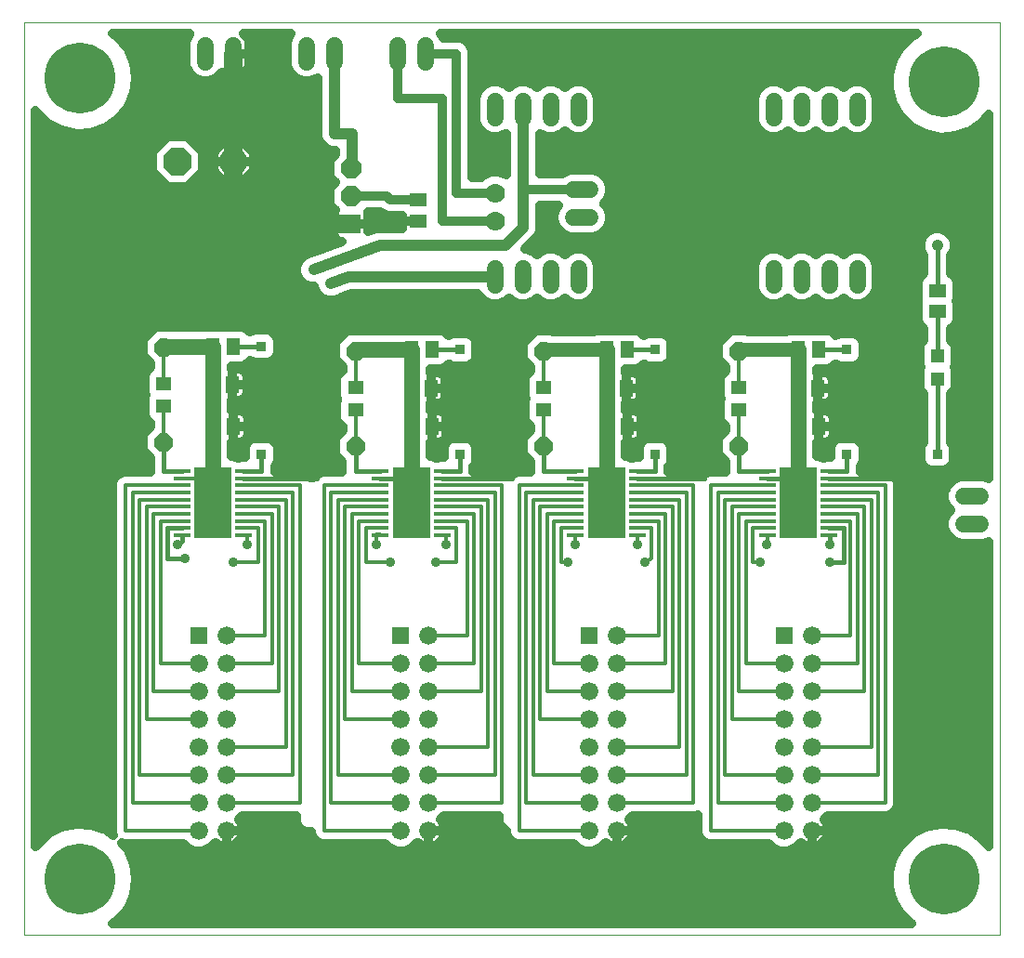
<source format=gtl>
G75*
%MOIN*%
%OFA0B0*%
%FSLAX25Y25*%
%IPPOS*%
%LPD*%
%AMOC8*
5,1,8,0,0,1.08239X$1,22.5*
%
%ADD10C,0.00000*%
%ADD11R,0.05118X0.05906*%
%ADD12C,0.10000*%
%ADD13OC8,0.10000*%
%ADD14R,0.06102X0.01181*%
%ADD15R,0.13386X0.25591*%
%ADD16R,0.05937X0.05937*%
%ADD17C,0.06600*%
%ADD18R,0.04724X0.04724*%
%ADD19C,0.01200*%
%ADD20OC8,0.06600*%
%ADD21R,0.05512X0.04724*%
%ADD22R,0.05906X0.05118*%
%ADD23C,0.25400*%
%ADD24C,0.05937*%
%ADD25C,0.07000*%
%ADD26R,0.07087X0.07087*%
%ADD27OC8,0.07087*%
%ADD28C,0.02600*%
%ADD29C,0.01600*%
%ADD30C,0.03200*%
%ADD31C,0.04134*%
%ADD32C,0.05600*%
%ADD33C,0.04000*%
%ADD34C,0.05000*%
%ADD35C,0.03562*%
%ADD36C,0.06600*%
%ADD37C,0.07000*%
%ADD38C,0.02400*%
%ADD39R,0.03562X0.03562*%
D10*
X0002600Y0002600D02*
X0002600Y0330061D01*
X0352551Y0330061D01*
X0352551Y0002600D01*
X0002600Y0002600D01*
D11*
X0070110Y0185100D03*
X0077590Y0185100D03*
X0077196Y0200100D03*
X0070504Y0200100D03*
X0070110Y0213850D03*
X0077590Y0213850D03*
X0141360Y0212600D03*
X0148840Y0212600D03*
X0148446Y0198850D03*
X0141754Y0198850D03*
X0141360Y0185100D03*
X0148840Y0185100D03*
X0211360Y0185100D03*
X0218840Y0185100D03*
X0218446Y0198850D03*
X0211754Y0198850D03*
X0211360Y0212600D03*
X0218840Y0212600D03*
X0280110Y0212600D03*
X0287590Y0212600D03*
X0287196Y0198850D03*
X0280504Y0198850D03*
X0280110Y0185100D03*
X0287590Y0185100D03*
D12*
X0077600Y0280100D03*
D13*
X0057600Y0280100D03*
D14*
X0059076Y0169116D03*
X0059076Y0166557D03*
X0059076Y0163998D03*
X0059076Y0161439D03*
X0059076Y0158880D03*
X0059076Y0156320D03*
X0059076Y0153761D03*
X0059076Y0151202D03*
X0059076Y0148643D03*
X0059076Y0146084D03*
X0081124Y0146084D03*
X0081124Y0148643D03*
X0081124Y0151202D03*
X0081124Y0153761D03*
X0081124Y0156320D03*
X0081124Y0158880D03*
X0081124Y0161439D03*
X0081124Y0163998D03*
X0081124Y0166557D03*
X0081124Y0169116D03*
X0130326Y0169116D03*
X0130326Y0166557D03*
X0130326Y0163998D03*
X0130326Y0161439D03*
X0130326Y0158880D03*
X0130326Y0156320D03*
X0130326Y0153761D03*
X0130326Y0151202D03*
X0130326Y0148643D03*
X0130326Y0146084D03*
X0152374Y0146084D03*
X0152374Y0148643D03*
X0152374Y0151202D03*
X0152374Y0153761D03*
X0152374Y0156320D03*
X0152374Y0158880D03*
X0152374Y0161439D03*
X0152374Y0163998D03*
X0152374Y0166557D03*
X0152374Y0169116D03*
X0200326Y0169116D03*
X0200326Y0166557D03*
X0200326Y0163998D03*
X0200326Y0161439D03*
X0200326Y0158880D03*
X0200326Y0156320D03*
X0200326Y0153761D03*
X0200326Y0151202D03*
X0200326Y0148643D03*
X0200326Y0146084D03*
X0222374Y0146084D03*
X0222374Y0148643D03*
X0222374Y0151202D03*
X0222374Y0153761D03*
X0222374Y0156320D03*
X0222374Y0158880D03*
X0222374Y0161439D03*
X0222374Y0163998D03*
X0222374Y0166557D03*
X0222374Y0169116D03*
X0269076Y0169116D03*
X0269076Y0166557D03*
X0269076Y0163998D03*
X0269076Y0161439D03*
X0269076Y0158880D03*
X0269076Y0156320D03*
X0269076Y0153761D03*
X0269076Y0151202D03*
X0269076Y0148643D03*
X0269076Y0146084D03*
X0291124Y0146084D03*
X0291124Y0148643D03*
X0291124Y0151202D03*
X0291124Y0153761D03*
X0291124Y0156320D03*
X0291124Y0158880D03*
X0291124Y0161439D03*
X0291124Y0163998D03*
X0291124Y0166557D03*
X0291124Y0169116D03*
D15*
X0280100Y0157600D03*
X0211350Y0157600D03*
X0141350Y0157600D03*
X0070100Y0157600D03*
D16*
X0065100Y0110100D03*
X0137600Y0110100D03*
X0205100Y0110100D03*
X0275100Y0110100D03*
D17*
X0275100Y0100100D03*
X0275100Y0090100D03*
X0275100Y0080100D03*
X0275100Y0070100D03*
X0275100Y0060100D03*
X0275100Y0050100D03*
X0275100Y0040100D03*
X0285100Y0040100D03*
X0285100Y0050100D03*
X0285100Y0060100D03*
X0285100Y0070100D03*
X0285100Y0080100D03*
X0285100Y0090100D03*
X0285100Y0100100D03*
X0285100Y0110100D03*
X0215100Y0110100D03*
X0215100Y0100100D03*
X0215100Y0090100D03*
X0215100Y0080100D03*
X0215100Y0070100D03*
X0215100Y0060100D03*
X0215100Y0050100D03*
X0215100Y0040100D03*
X0205100Y0040100D03*
X0205100Y0050100D03*
X0205100Y0060100D03*
X0205100Y0070100D03*
X0205100Y0080100D03*
X0205100Y0090100D03*
X0205100Y0100100D03*
X0147600Y0100100D03*
X0147600Y0090100D03*
X0147600Y0080100D03*
X0147600Y0070100D03*
X0147600Y0060100D03*
X0147600Y0050100D03*
X0147600Y0040100D03*
X0137600Y0040100D03*
X0137600Y0050100D03*
X0137600Y0060100D03*
X0137600Y0070100D03*
X0137600Y0080100D03*
X0137600Y0090100D03*
X0137600Y0100100D03*
X0147600Y0110100D03*
X0075100Y0110100D03*
X0075100Y0100100D03*
X0075100Y0090100D03*
X0075100Y0080100D03*
X0075100Y0070100D03*
X0075100Y0060100D03*
X0075100Y0050100D03*
X0075100Y0040100D03*
X0065100Y0040100D03*
X0065100Y0050100D03*
X0065100Y0060100D03*
X0065100Y0070100D03*
X0065100Y0080100D03*
X0065100Y0090100D03*
X0065100Y0100100D03*
D18*
X0330100Y0202216D03*
X0330100Y0210484D03*
D19*
X0311350Y0163998D02*
X0291124Y0163998D01*
X0291124Y0161439D02*
X0308850Y0161439D01*
X0308850Y0060100D01*
X0285100Y0060100D01*
X0285100Y0050100D02*
X0311350Y0050100D01*
X0311350Y0163998D01*
X0306350Y0158880D02*
X0306350Y0070100D01*
X0285100Y0070100D01*
X0275100Y0060100D02*
X0253850Y0060100D01*
X0253850Y0158880D01*
X0269076Y0158880D01*
X0269076Y0161439D02*
X0251350Y0161439D01*
X0251350Y0050100D01*
X0275100Y0050100D01*
X0275100Y0040100D02*
X0248850Y0040100D01*
X0248850Y0163998D01*
X0269076Y0163998D01*
X0269076Y0156320D02*
X0256350Y0156320D01*
X0256350Y0080100D01*
X0275100Y0080100D01*
X0275100Y0090100D02*
X0258850Y0090100D01*
X0258850Y0153761D01*
X0269076Y0153761D01*
X0269076Y0151202D02*
X0261350Y0151202D01*
X0261350Y0100100D01*
X0275100Y0100100D01*
X0285100Y0100100D02*
X0301350Y0100100D01*
X0301350Y0153761D01*
X0291124Y0153761D01*
X0291124Y0151202D02*
X0298850Y0151202D01*
X0298850Y0110100D01*
X0285100Y0110100D01*
X0285100Y0090100D02*
X0303850Y0090100D01*
X0303850Y0156320D01*
X0291124Y0156320D01*
X0291124Y0158880D02*
X0306350Y0158880D01*
X0269076Y0148850D02*
X0269076Y0148643D01*
X0269076Y0148850D02*
X0263850Y0148850D01*
X0263850Y0136350D01*
X0266350Y0136350D01*
X0268850Y0142600D02*
X0269076Y0142600D01*
X0269076Y0146084D01*
X0242600Y0163998D02*
X0242600Y0050100D01*
X0215100Y0050100D01*
X0215100Y0060100D02*
X0240100Y0060100D01*
X0240100Y0161439D01*
X0222374Y0161439D01*
X0222374Y0163998D02*
X0242600Y0163998D01*
X0237600Y0158880D02*
X0237600Y0070100D01*
X0215100Y0070100D01*
X0205100Y0060100D02*
X0185100Y0060100D01*
X0185100Y0158880D01*
X0200326Y0158880D01*
X0200326Y0161439D02*
X0182600Y0161439D01*
X0182600Y0050100D01*
X0205100Y0050100D01*
X0205100Y0040100D02*
X0180100Y0040100D01*
X0180100Y0163998D01*
X0200326Y0163998D01*
X0200326Y0169116D02*
X0200252Y0169190D01*
X0200326Y0156320D02*
X0187600Y0156320D01*
X0187600Y0080100D01*
X0205100Y0080100D01*
X0205100Y0090100D02*
X0190100Y0090100D01*
X0190100Y0153761D01*
X0200326Y0153761D01*
X0200326Y0151202D02*
X0192600Y0151202D01*
X0192600Y0100100D01*
X0205100Y0100100D01*
X0215100Y0100100D02*
X0232600Y0100100D01*
X0232600Y0153761D01*
X0222374Y0153761D01*
X0222374Y0151202D02*
X0230100Y0151202D01*
X0230100Y0110100D01*
X0215100Y0110100D01*
X0215100Y0090100D02*
X0235100Y0090100D01*
X0235100Y0156320D01*
X0222374Y0156320D01*
X0222374Y0158880D02*
X0237600Y0158880D01*
X0227600Y0148643D02*
X0227600Y0137600D01*
X0225100Y0136350D01*
X0222600Y0142600D02*
X0222600Y0146084D01*
X0222374Y0146084D01*
X0222374Y0148643D02*
X0227600Y0148643D01*
X0200326Y0148850D02*
X0200326Y0148643D01*
X0200326Y0148850D02*
X0195100Y0148850D01*
X0195100Y0136350D01*
X0197600Y0136350D01*
X0200100Y0142600D02*
X0200326Y0142600D01*
X0200326Y0146084D01*
X0173850Y0163998D02*
X0173850Y0050100D01*
X0147600Y0050100D01*
X0147600Y0060100D02*
X0171350Y0060100D01*
X0171350Y0161439D01*
X0152374Y0161439D01*
X0152374Y0163998D02*
X0173850Y0163998D01*
X0168850Y0158880D02*
X0168850Y0070100D01*
X0147600Y0070100D01*
X0137600Y0060100D02*
X0115100Y0060100D01*
X0115100Y0158880D01*
X0130326Y0158880D01*
X0130326Y0161439D02*
X0112600Y0161439D01*
X0112600Y0050100D01*
X0137600Y0050100D01*
X0137600Y0040100D02*
X0110100Y0040100D01*
X0110100Y0163998D01*
X0130326Y0163998D01*
X0136143Y0166557D02*
X0137600Y0165100D01*
X0130326Y0156320D02*
X0117600Y0156320D01*
X0117600Y0080100D01*
X0137600Y0080100D01*
X0137600Y0090100D02*
X0120100Y0090100D01*
X0120100Y0153761D01*
X0130326Y0153761D01*
X0130326Y0151202D02*
X0122600Y0151202D01*
X0122600Y0100100D01*
X0137600Y0100100D01*
X0147600Y0100100D02*
X0163850Y0100100D01*
X0163850Y0153761D01*
X0152374Y0153761D01*
X0152374Y0151202D02*
X0161350Y0151202D01*
X0161350Y0110100D01*
X0147600Y0110100D01*
X0147600Y0090100D02*
X0166350Y0090100D01*
X0166350Y0156320D01*
X0152374Y0156320D01*
X0152374Y0158880D02*
X0168850Y0158880D01*
X0157600Y0148643D02*
X0157600Y0136350D01*
X0150100Y0136350D01*
X0153850Y0142600D02*
X0153850Y0146084D01*
X0152374Y0146084D01*
X0152374Y0148643D02*
X0157600Y0148643D01*
X0133850Y0136350D02*
X0125100Y0136350D01*
X0125100Y0148850D01*
X0130326Y0148850D01*
X0130326Y0148643D01*
X0130326Y0146350D02*
X0130326Y0146084D01*
X0128850Y0146084D01*
X0128850Y0146350D02*
X0130326Y0146350D01*
X0128850Y0146350D02*
X0128850Y0142600D01*
X0101350Y0163998D02*
X0101350Y0050100D01*
X0075100Y0050100D01*
X0075100Y0060100D02*
X0098850Y0060100D01*
X0098850Y0161439D01*
X0081124Y0161439D01*
X0081124Y0163998D02*
X0101350Y0163998D01*
X0096350Y0158880D02*
X0096350Y0070100D01*
X0075100Y0070100D01*
X0065100Y0060100D02*
X0043850Y0060100D01*
X0043850Y0158880D01*
X0059076Y0158880D01*
X0059076Y0161439D02*
X0041350Y0161439D01*
X0041350Y0050100D01*
X0065100Y0050100D01*
X0065100Y0040100D02*
X0038850Y0040100D01*
X0038850Y0163998D01*
X0059076Y0163998D01*
X0059076Y0166557D02*
X0066350Y0166557D01*
X0066350Y0165100D01*
X0059076Y0156320D02*
X0046350Y0156320D01*
X0046350Y0080100D01*
X0065100Y0080100D01*
X0065100Y0090100D02*
X0048850Y0090100D01*
X0048850Y0153761D01*
X0059076Y0153761D01*
X0059076Y0151202D02*
X0051350Y0151202D01*
X0051350Y0100100D01*
X0065100Y0100100D01*
X0075100Y0100100D02*
X0091350Y0100100D01*
X0091350Y0153761D01*
X0081124Y0153761D01*
X0081124Y0151202D02*
X0088850Y0151202D01*
X0088850Y0110100D01*
X0075100Y0110100D01*
X0075100Y0090100D02*
X0093850Y0090100D01*
X0093850Y0156320D01*
X0081124Y0156320D01*
X0081124Y0158880D02*
X0096350Y0158880D01*
X0086350Y0148643D02*
X0086350Y0136350D01*
X0077600Y0136350D01*
X0082600Y0142600D02*
X0082600Y0146084D01*
X0081124Y0146084D01*
X0081124Y0148643D02*
X0086350Y0148643D01*
X0052600Y0181633D02*
X0052600Y0192019D01*
X0052600Y0200287D02*
X0052600Y0213429D01*
X0121350Y0212179D02*
X0121350Y0199037D01*
X0121350Y0190769D02*
X0121350Y0180383D01*
X0188850Y0180383D02*
X0188850Y0190769D01*
X0188850Y0199037D02*
X0188850Y0212179D01*
X0258850Y0212179D02*
X0258850Y0199037D01*
X0258850Y0190769D02*
X0258850Y0180383D01*
D20*
X0258850Y0178100D03*
X0258850Y0212100D03*
X0188850Y0212100D03*
X0188850Y0178100D03*
X0121350Y0178100D03*
X0121350Y0212100D03*
X0052600Y0213350D03*
X0052600Y0179350D03*
D21*
X0052600Y0192313D03*
X0052600Y0200387D03*
X0121350Y0199137D03*
X0121350Y0191063D03*
X0188850Y0191063D03*
X0188850Y0199137D03*
X0258850Y0199137D03*
X0258850Y0191063D03*
D22*
X0330100Y0226360D03*
X0330100Y0233840D03*
X0143850Y0258860D03*
X0143850Y0266340D03*
D23*
X0022600Y0310100D03*
X0022600Y0022600D03*
X0332600Y0022600D03*
X0332600Y0308850D03*
D24*
X0301350Y0301819D02*
X0301350Y0295881D01*
X0291350Y0295881D02*
X0291350Y0301819D01*
X0281350Y0301819D02*
X0281350Y0295881D01*
X0271350Y0295881D02*
X0271350Y0301819D01*
X0271350Y0241819D02*
X0271350Y0235881D01*
X0281350Y0235881D02*
X0281350Y0241819D01*
X0291350Y0241819D02*
X0291350Y0235881D01*
X0301350Y0235881D02*
X0301350Y0241819D01*
X0339631Y0160100D02*
X0345569Y0160100D01*
X0345569Y0150100D02*
X0339631Y0150100D01*
X0205569Y0260100D02*
X0199631Y0260100D01*
X0199631Y0270100D02*
X0205569Y0270100D01*
X0201350Y0295881D02*
X0201350Y0301819D01*
X0191350Y0301819D02*
X0191350Y0295881D01*
X0181350Y0295881D02*
X0181350Y0301819D01*
X0171350Y0301819D02*
X0171350Y0295881D01*
X0146350Y0315881D02*
X0146350Y0321819D01*
X0136350Y0321819D02*
X0136350Y0315881D01*
X0113850Y0315881D02*
X0113850Y0321819D01*
X0103850Y0321819D02*
X0103850Y0315881D01*
X0077600Y0315881D02*
X0077600Y0321819D01*
X0067600Y0321819D02*
X0067600Y0315881D01*
X0171350Y0241819D02*
X0171350Y0235881D01*
X0181350Y0235881D02*
X0181350Y0241819D01*
X0191350Y0241819D02*
X0191350Y0235881D01*
X0201350Y0235881D02*
X0201350Y0241819D01*
D25*
X0171350Y0258850D03*
X0171350Y0268850D03*
D26*
X0119756Y0257600D03*
D27*
X0119756Y0267600D03*
X0119756Y0277600D03*
D28*
X0137600Y0165100D03*
X0137600Y0161350D03*
X0137600Y0157600D03*
X0137600Y0153850D03*
X0137600Y0150100D03*
X0141350Y0150100D03*
X0141350Y0153850D03*
X0141350Y0157600D03*
X0141350Y0161350D03*
X0141350Y0165100D03*
X0145100Y0165100D03*
X0145100Y0161350D03*
X0145100Y0157600D03*
X0145100Y0153850D03*
X0145100Y0150100D03*
X0207600Y0150100D03*
X0207600Y0153850D03*
X0207600Y0157600D03*
X0207600Y0161350D03*
X0207600Y0165100D03*
X0211350Y0165100D03*
X0211350Y0161350D03*
X0211350Y0157600D03*
X0211350Y0153850D03*
X0211350Y0150100D03*
X0215100Y0150100D03*
X0215100Y0153850D03*
X0215100Y0157600D03*
X0215100Y0161350D03*
X0215100Y0165100D03*
X0276350Y0165100D03*
X0276350Y0161350D03*
X0276350Y0157600D03*
X0276350Y0153850D03*
X0276350Y0150100D03*
X0280100Y0150100D03*
X0280100Y0153850D03*
X0280100Y0157600D03*
X0280100Y0161350D03*
X0280100Y0165100D03*
X0283850Y0165100D03*
X0283850Y0161350D03*
X0283850Y0157600D03*
X0283850Y0153850D03*
X0283850Y0150100D03*
X0073850Y0150100D03*
X0073850Y0153850D03*
X0073850Y0157600D03*
X0073850Y0161350D03*
X0073850Y0165100D03*
X0070100Y0165100D03*
X0070100Y0161350D03*
X0070100Y0157600D03*
X0070100Y0153850D03*
X0070100Y0150100D03*
X0066350Y0150100D03*
X0066350Y0153850D03*
X0066350Y0157600D03*
X0066350Y0161350D03*
X0066350Y0165100D03*
D29*
X0059076Y0169116D02*
X0052600Y0169116D01*
X0052600Y0179350D01*
X0081124Y0169116D02*
X0087600Y0169116D01*
X0087600Y0175100D01*
X0081124Y0166557D02*
X0107600Y0166557D01*
X0107600Y0172600D01*
X0121350Y0169116D02*
X0121350Y0178100D01*
X0121350Y0169116D02*
X0130326Y0169116D01*
X0130326Y0166557D02*
X0136143Y0166557D01*
X0152374Y0166557D02*
X0177600Y0166557D01*
X0177600Y0171350D01*
X0188850Y0169190D02*
X0188850Y0178100D01*
X0188850Y0169190D02*
X0200252Y0169190D01*
X0200326Y0166557D02*
X0207600Y0166557D01*
X0207600Y0165100D01*
X0222374Y0166557D02*
X0246350Y0166557D01*
X0246350Y0171350D01*
X0258850Y0169116D02*
X0258850Y0178100D01*
X0258850Y0169116D02*
X0269076Y0169116D01*
X0269076Y0166557D02*
X0276350Y0166557D01*
X0276350Y0165100D01*
X0291124Y0166557D02*
X0317600Y0166557D01*
X0317600Y0171350D01*
X0330100Y0175100D02*
X0330100Y0202216D01*
X0330100Y0210484D02*
X0330100Y0226360D01*
X0330100Y0233840D02*
X0330100Y0250100D01*
X0297600Y0212600D02*
X0287590Y0212600D01*
X0297600Y0175100D02*
X0297600Y0169116D01*
X0291124Y0169116D01*
X0291124Y0148643D02*
X0296350Y0148643D01*
X0296350Y0136350D01*
X0291350Y0136350D01*
X0291350Y0142600D02*
X0291350Y0146084D01*
X0291124Y0146084D01*
X0228850Y0169116D02*
X0228850Y0175100D01*
X0228850Y0169116D02*
X0222374Y0169116D01*
X0225100Y0169116D01*
X0228850Y0212600D02*
X0218840Y0212600D01*
X0158850Y0212600D02*
X0148840Y0212600D01*
X0158850Y0175100D02*
X0158850Y0169116D01*
X0152374Y0169116D01*
X0087600Y0213850D02*
X0077590Y0213850D01*
X0059076Y0148660D02*
X0059076Y0148643D01*
X0053850Y0148643D01*
X0053850Y0137600D01*
X0060100Y0137600D01*
X0057600Y0142600D02*
X0059076Y0144076D01*
X0059076Y0146084D01*
D30*
X0034250Y0146533D02*
X0006600Y0146533D01*
X0006600Y0143334D02*
X0034250Y0143334D01*
X0034250Y0140136D02*
X0006600Y0140136D01*
X0006600Y0136937D02*
X0034250Y0136937D01*
X0034250Y0133739D02*
X0006600Y0133739D01*
X0006600Y0130540D02*
X0034250Y0130540D01*
X0034250Y0127342D02*
X0006600Y0127342D01*
X0006600Y0124143D02*
X0034250Y0124143D01*
X0034250Y0120945D02*
X0006600Y0120945D01*
X0006600Y0117746D02*
X0034250Y0117746D01*
X0034250Y0114548D02*
X0006600Y0114548D01*
X0006600Y0111349D02*
X0034250Y0111349D01*
X0034250Y0108151D02*
X0006600Y0108151D01*
X0006600Y0104952D02*
X0034250Y0104952D01*
X0034250Y0101754D02*
X0006600Y0101754D01*
X0006600Y0098555D02*
X0034250Y0098555D01*
X0034250Y0095357D02*
X0006600Y0095357D01*
X0006600Y0092158D02*
X0034250Y0092158D01*
X0034250Y0088960D02*
X0006600Y0088960D01*
X0006600Y0085761D02*
X0034250Y0085761D01*
X0034250Y0082563D02*
X0006600Y0082563D01*
X0006600Y0079364D02*
X0034250Y0079364D01*
X0034250Y0076166D02*
X0006600Y0076166D01*
X0006600Y0072967D02*
X0034250Y0072967D01*
X0034250Y0069769D02*
X0006600Y0069769D01*
X0006600Y0066570D02*
X0034250Y0066570D01*
X0034250Y0063372D02*
X0006600Y0063372D01*
X0006600Y0060173D02*
X0034250Y0060173D01*
X0034250Y0056975D02*
X0006600Y0056975D01*
X0006600Y0053776D02*
X0034250Y0053776D01*
X0034250Y0050578D02*
X0006600Y0050578D01*
X0006600Y0047379D02*
X0034250Y0047379D01*
X0034250Y0044181D02*
X0006600Y0044181D01*
X0006600Y0040982D02*
X0015009Y0040982D01*
X0015902Y0041445D02*
X0011066Y0038939D01*
X0007086Y0035222D01*
X0007086Y0035222D01*
X0006600Y0034423D01*
X0006600Y0298277D01*
X0007086Y0297478D01*
X0011066Y0293761D01*
X0015902Y0291255D01*
X0021235Y0290147D01*
X0026669Y0290518D01*
X0031801Y0292342D01*
X0036251Y0295483D01*
X0036251Y0295483D01*
X0036251Y0295483D01*
X0039688Y0299708D01*
X0039688Y0299708D01*
X0041858Y0304704D01*
X0042600Y0310100D01*
X0041858Y0315496D01*
X0039688Y0320492D01*
X0036251Y0324717D01*
X0034347Y0326061D01*
X0061987Y0326061D01*
X0061692Y0325766D01*
X0060631Y0323205D01*
X0060631Y0314495D01*
X0061692Y0311934D01*
X0063653Y0309974D01*
X0066214Y0308913D01*
X0068986Y0308913D01*
X0071547Y0309974D01*
X0073508Y0311934D01*
X0073556Y0312051D01*
X0073972Y0311634D01*
X0074681Y0311119D01*
X0075462Y0310721D01*
X0076296Y0310450D01*
X0077162Y0310313D01*
X0077600Y0310313D01*
X0078038Y0310313D01*
X0078904Y0310450D01*
X0079738Y0310721D01*
X0080519Y0311119D01*
X0081228Y0311634D01*
X0081847Y0312254D01*
X0082363Y0312963D01*
X0082761Y0313744D01*
X0083031Y0314578D01*
X0083168Y0315443D01*
X0083168Y0318850D01*
X0083168Y0322257D01*
X0083031Y0323122D01*
X0082761Y0323956D01*
X0082363Y0324737D01*
X0081847Y0325446D01*
X0081233Y0326061D01*
X0098237Y0326061D01*
X0097942Y0325766D01*
X0096881Y0323205D01*
X0096881Y0314495D01*
X0097942Y0311934D01*
X0099903Y0309974D01*
X0102464Y0308913D01*
X0105236Y0308913D01*
X0107797Y0309974D01*
X0107850Y0310027D01*
X0107850Y0288907D01*
X0108763Y0286701D01*
X0110451Y0285013D01*
X0112657Y0284100D01*
X0114100Y0284100D01*
X0114100Y0282612D01*
X0112212Y0280725D01*
X0112212Y0274475D01*
X0114088Y0272600D01*
X0112212Y0270725D01*
X0112212Y0264475D01*
X0114070Y0262617D01*
X0113908Y0262375D01*
X0113712Y0261902D01*
X0113612Y0261399D01*
X0113612Y0257600D01*
X0119755Y0257600D01*
X0113612Y0257600D01*
X0113612Y0253801D01*
X0113712Y0253298D01*
X0113908Y0252825D01*
X0114193Y0252399D01*
X0114555Y0252037D01*
X0114981Y0251753D01*
X0115454Y0251557D01*
X0115956Y0251457D01*
X0116427Y0251457D01*
X0105462Y0247417D01*
X0105143Y0247417D01*
X0102913Y0246493D01*
X0101207Y0244787D01*
X0100283Y0242557D01*
X0100283Y0240143D01*
X0101207Y0237913D01*
X0102913Y0236207D01*
X0105143Y0235283D01*
X0106533Y0235283D01*
X0106533Y0235143D01*
X0107457Y0232913D01*
X0109163Y0231207D01*
X0111393Y0230283D01*
X0113807Y0230283D01*
X0116037Y0231207D01*
X0116130Y0231300D01*
X0120005Y0232850D01*
X0165063Y0232850D01*
X0165442Y0231934D01*
X0167403Y0229974D01*
X0169964Y0228913D01*
X0172736Y0228913D01*
X0175297Y0229974D01*
X0176350Y0231027D01*
X0177403Y0229974D01*
X0179964Y0228913D01*
X0182736Y0228913D01*
X0185297Y0229974D01*
X0186350Y0231027D01*
X0187403Y0229974D01*
X0189964Y0228913D01*
X0192736Y0228913D01*
X0195297Y0229974D01*
X0196350Y0231027D01*
X0197403Y0229974D01*
X0199964Y0228913D01*
X0202736Y0228913D01*
X0205297Y0229974D01*
X0207258Y0231934D01*
X0208318Y0234495D01*
X0208318Y0243205D01*
X0207258Y0245766D01*
X0205297Y0247726D01*
X0202736Y0248787D01*
X0199964Y0248787D01*
X0197403Y0247726D01*
X0196350Y0246673D01*
X0195297Y0247726D01*
X0192736Y0248787D01*
X0189964Y0248787D01*
X0187403Y0247726D01*
X0186350Y0246673D01*
X0185297Y0247726D01*
X0182736Y0248787D01*
X0182272Y0248787D01*
X0184749Y0251263D01*
X0186437Y0252951D01*
X0187350Y0255157D01*
X0187350Y0264500D01*
X0194177Y0264500D01*
X0193724Y0264047D01*
X0192663Y0261486D01*
X0192663Y0258714D01*
X0193724Y0256153D01*
X0195684Y0254192D01*
X0198245Y0253131D01*
X0206955Y0253131D01*
X0209516Y0254192D01*
X0211476Y0256153D01*
X0212537Y0258714D01*
X0212537Y0261486D01*
X0211476Y0264047D01*
X0210423Y0265100D01*
X0211476Y0266153D01*
X0212537Y0268714D01*
X0212537Y0271486D01*
X0211476Y0274047D01*
X0209516Y0276008D01*
X0206955Y0277068D01*
X0198245Y0277068D01*
X0195684Y0276008D01*
X0195377Y0275700D01*
X0187350Y0275700D01*
X0187350Y0290027D01*
X0187403Y0289974D01*
X0189964Y0288913D01*
X0192736Y0288913D01*
X0195297Y0289974D01*
X0196350Y0291027D01*
X0197403Y0289974D01*
X0199964Y0288913D01*
X0202736Y0288913D01*
X0205297Y0289974D01*
X0207258Y0291934D01*
X0208318Y0294495D01*
X0208318Y0303205D01*
X0207258Y0305766D01*
X0205297Y0307726D01*
X0202736Y0308787D01*
X0199964Y0308787D01*
X0197403Y0307726D01*
X0196350Y0306673D01*
X0195297Y0307726D01*
X0192736Y0308787D01*
X0189964Y0308787D01*
X0187403Y0307726D01*
X0186350Y0306673D01*
X0185297Y0307726D01*
X0182736Y0308787D01*
X0179964Y0308787D01*
X0177403Y0307726D01*
X0176350Y0306673D01*
X0175297Y0307726D01*
X0172736Y0308787D01*
X0169964Y0308787D01*
X0167403Y0307726D01*
X0165442Y0305766D01*
X0164381Y0303205D01*
X0164381Y0294495D01*
X0165442Y0291934D01*
X0167403Y0289974D01*
X0169964Y0288913D01*
X0172736Y0288913D01*
X0175297Y0289974D01*
X0175350Y0290027D01*
X0175350Y0275311D01*
X0172842Y0276350D01*
X0169858Y0276350D01*
X0167102Y0275208D01*
X0166343Y0274450D01*
X0163200Y0274450D01*
X0163200Y0319964D01*
X0162347Y0322022D01*
X0160772Y0323597D01*
X0158714Y0324450D01*
X0152803Y0324450D01*
X0152258Y0325766D01*
X0151963Y0326061D01*
X0322748Y0326061D01*
X0321066Y0325189D01*
X0317086Y0321472D01*
X0317086Y0321472D01*
X0314256Y0316818D01*
X0312786Y0311573D01*
X0312786Y0306127D01*
X0314256Y0300882D01*
X0317086Y0296228D01*
X0321066Y0292511D01*
X0325902Y0290005D01*
X0331235Y0288897D01*
X0336669Y0289268D01*
X0341801Y0291092D01*
X0346251Y0294233D01*
X0346251Y0294233D01*
X0346251Y0294233D01*
X0348551Y0297060D01*
X0348551Y0166407D01*
X0346955Y0167068D01*
X0338245Y0167068D01*
X0335684Y0166008D01*
X0333724Y0164047D01*
X0332663Y0161486D01*
X0332663Y0158714D01*
X0333724Y0156153D01*
X0334777Y0155100D01*
X0333724Y0154047D01*
X0332663Y0151486D01*
X0332663Y0148714D01*
X0333724Y0146153D01*
X0335684Y0144192D01*
X0338245Y0143131D01*
X0346955Y0143131D01*
X0348551Y0143793D01*
X0348551Y0034390D01*
X0346251Y0037217D01*
X0341801Y0040358D01*
X0336669Y0042182D01*
X0331235Y0042553D01*
X0325902Y0041445D01*
X0321066Y0038939D01*
X0317086Y0035222D01*
X0317086Y0035222D01*
X0314256Y0030568D01*
X0312786Y0025323D01*
X0312786Y0019877D01*
X0314256Y0014632D01*
X0317086Y0009978D01*
X0320703Y0006600D01*
X0034291Y0006600D01*
X0036251Y0007983D01*
X0036251Y0007983D01*
X0036251Y0007983D01*
X0039688Y0012208D01*
X0039688Y0012208D01*
X0041858Y0017204D01*
X0042600Y0022600D01*
X0041858Y0027996D01*
X0039688Y0032992D01*
X0037502Y0035679D01*
X0037935Y0035500D01*
X0059376Y0035500D01*
X0060965Y0033911D01*
X0063648Y0032800D01*
X0066552Y0032800D01*
X0069235Y0033911D01*
X0071090Y0035766D01*
X0071256Y0035600D01*
X0072008Y0035054D01*
X0072835Y0034632D01*
X0073718Y0034345D01*
X0074636Y0034200D01*
X0075100Y0034200D01*
X0075564Y0034200D01*
X0076482Y0034345D01*
X0077365Y0034632D01*
X0078192Y0035054D01*
X0078944Y0035600D01*
X0079600Y0036256D01*
X0080146Y0037008D01*
X0080568Y0037835D01*
X0080855Y0038718D01*
X0081000Y0039636D01*
X0081000Y0040100D01*
X0081000Y0040564D01*
X0080855Y0041482D01*
X0080568Y0042365D01*
X0080146Y0043192D01*
X0079600Y0043944D01*
X0079434Y0044110D01*
X0080824Y0045500D01*
X0100175Y0045500D01*
X0100175Y0042946D01*
X0100784Y0041476D01*
X0101909Y0040351D01*
X0103379Y0039742D01*
X0105500Y0039742D01*
X0105500Y0039185D01*
X0106200Y0037494D01*
X0107494Y0036200D01*
X0109185Y0035500D01*
X0131876Y0035500D01*
X0133465Y0033911D01*
X0136148Y0032800D01*
X0139052Y0032800D01*
X0141735Y0033911D01*
X0143590Y0035766D01*
X0143756Y0035600D01*
X0144508Y0035054D01*
X0145335Y0034632D01*
X0146218Y0034345D01*
X0147136Y0034200D01*
X0147600Y0034200D01*
X0148064Y0034200D01*
X0148982Y0034345D01*
X0149865Y0034632D01*
X0150692Y0035054D01*
X0151444Y0035600D01*
X0152100Y0036256D01*
X0152646Y0037008D01*
X0153068Y0037835D01*
X0153355Y0038718D01*
X0153500Y0039636D01*
X0153500Y0040100D01*
X0153500Y0040564D01*
X0153355Y0041482D01*
X0153068Y0042365D01*
X0152646Y0043192D01*
X0152100Y0043944D01*
X0151934Y0044110D01*
X0153324Y0045500D01*
X0173009Y0045500D01*
X0173009Y0043143D01*
X0173618Y0041673D01*
X0174744Y0040548D01*
X0175500Y0040234D01*
X0175500Y0039185D01*
X0176200Y0037494D01*
X0177494Y0036200D01*
X0179185Y0035500D01*
X0199376Y0035500D01*
X0200965Y0033911D01*
X0203648Y0032800D01*
X0206552Y0032800D01*
X0209235Y0033911D01*
X0211090Y0035766D01*
X0211256Y0035600D01*
X0212008Y0035054D01*
X0212835Y0034632D01*
X0213718Y0034345D01*
X0214636Y0034200D01*
X0215100Y0034200D01*
X0215564Y0034200D01*
X0216482Y0034345D01*
X0217365Y0034632D01*
X0218192Y0035054D01*
X0218944Y0035600D01*
X0219600Y0036256D01*
X0220146Y0037008D01*
X0220568Y0037835D01*
X0220855Y0038718D01*
X0221000Y0039636D01*
X0221000Y0040100D01*
X0221000Y0040564D01*
X0220855Y0041482D01*
X0220568Y0042365D01*
X0220146Y0043192D01*
X0219600Y0043944D01*
X0219434Y0044110D01*
X0220824Y0045500D01*
X0243515Y0045500D01*
X0244250Y0045804D01*
X0244250Y0039185D01*
X0244950Y0037494D01*
X0246244Y0036200D01*
X0247935Y0035500D01*
X0269376Y0035500D01*
X0270965Y0033911D01*
X0273648Y0032800D01*
X0276552Y0032800D01*
X0279235Y0033911D01*
X0281090Y0035766D01*
X0281256Y0035600D01*
X0282008Y0035054D01*
X0282835Y0034632D01*
X0283718Y0034345D01*
X0284636Y0034200D01*
X0285100Y0034200D01*
X0285564Y0034200D01*
X0286482Y0034345D01*
X0287365Y0034632D01*
X0288192Y0035054D01*
X0288944Y0035600D01*
X0289600Y0036256D01*
X0290146Y0037008D01*
X0290568Y0037835D01*
X0290855Y0038718D01*
X0291000Y0039636D01*
X0291000Y0040100D01*
X0291000Y0040564D01*
X0290855Y0041482D01*
X0290568Y0042365D01*
X0290146Y0043192D01*
X0289600Y0043944D01*
X0289434Y0044110D01*
X0290824Y0045500D01*
X0312265Y0045500D01*
X0313956Y0046200D01*
X0315250Y0047494D01*
X0315950Y0049185D01*
X0315950Y0164913D01*
X0315250Y0166603D01*
X0313956Y0167897D01*
X0312265Y0168598D01*
X0302400Y0168598D01*
X0302400Y0170681D01*
X0302772Y0171053D01*
X0303381Y0172523D01*
X0303381Y0177677D01*
X0302772Y0179147D01*
X0301647Y0180272D01*
X0300177Y0180881D01*
X0295023Y0180881D01*
X0293553Y0180272D01*
X0292428Y0179147D01*
X0291819Y0177677D01*
X0291819Y0173916D01*
X0290169Y0173916D01*
X0289663Y0173706D01*
X0289139Y0173706D01*
X0289059Y0173786D01*
X0287589Y0174395D01*
X0286900Y0174395D01*
X0286900Y0179547D01*
X0287590Y0179547D01*
X0287590Y0185100D01*
X0287590Y0190653D01*
X0286910Y0190653D01*
X0286910Y0193297D01*
X0287196Y0193297D01*
X0287196Y0198850D01*
X0287196Y0204403D01*
X0286910Y0204403D01*
X0286910Y0205647D01*
X0290945Y0205647D01*
X0292415Y0206256D01*
X0293540Y0207381D01*
X0293559Y0207426D01*
X0295023Y0206819D01*
X0300177Y0206819D01*
X0301647Y0207428D01*
X0302772Y0208553D01*
X0303381Y0210023D01*
X0303381Y0215177D01*
X0302772Y0216647D01*
X0301647Y0217772D01*
X0300177Y0218381D01*
X0295023Y0218381D01*
X0293559Y0217774D01*
X0293540Y0217819D01*
X0292415Y0218944D01*
X0290945Y0219553D01*
X0284235Y0219553D01*
X0283850Y0219393D01*
X0283465Y0219553D01*
X0276755Y0219553D01*
X0275662Y0219100D01*
X0262174Y0219100D01*
X0261874Y0219400D01*
X0255826Y0219400D01*
X0251550Y0215124D01*
X0251550Y0209076D01*
X0254250Y0206376D01*
X0254250Y0205065D01*
X0253828Y0204890D01*
X0252703Y0203765D01*
X0252094Y0202295D01*
X0252094Y0195979D01*
X0252458Y0195100D01*
X0252094Y0194221D01*
X0252094Y0187905D01*
X0252703Y0186435D01*
X0253828Y0185310D01*
X0254250Y0185135D01*
X0254250Y0183824D01*
X0251550Y0181124D01*
X0251550Y0175076D01*
X0254050Y0172576D01*
X0254050Y0168598D01*
X0247935Y0168598D01*
X0246244Y0167897D01*
X0245725Y0167378D01*
X0245206Y0167897D01*
X0243515Y0168598D01*
X0233650Y0168598D01*
X0233650Y0170681D01*
X0234022Y0171053D01*
X0234631Y0172523D01*
X0234631Y0177677D01*
X0234022Y0179147D01*
X0232897Y0180272D01*
X0231427Y0180881D01*
X0226273Y0180881D01*
X0224803Y0180272D01*
X0223678Y0179147D01*
X0223069Y0177677D01*
X0223069Y0173916D01*
X0221419Y0173916D01*
X0220913Y0173706D01*
X0220389Y0173706D01*
X0220309Y0173786D01*
X0218839Y0174395D01*
X0218150Y0174395D01*
X0218150Y0179547D01*
X0218840Y0179547D01*
X0218840Y0185100D01*
X0218840Y0190653D01*
X0218160Y0190653D01*
X0218160Y0193297D01*
X0218446Y0193297D01*
X0218446Y0198850D01*
X0218446Y0204403D01*
X0218160Y0204403D01*
X0218160Y0205647D01*
X0222195Y0205647D01*
X0223665Y0206256D01*
X0224790Y0207381D01*
X0224809Y0207426D01*
X0226273Y0206819D01*
X0231427Y0206819D01*
X0232897Y0207428D01*
X0234022Y0208553D01*
X0234631Y0210023D01*
X0234631Y0215177D01*
X0234022Y0216647D01*
X0232897Y0217772D01*
X0231427Y0218381D01*
X0226273Y0218381D01*
X0224809Y0217774D01*
X0224790Y0217819D01*
X0223665Y0218944D01*
X0222195Y0219553D01*
X0215485Y0219553D01*
X0215100Y0219393D01*
X0214715Y0219553D01*
X0208005Y0219553D01*
X0206912Y0219100D01*
X0192174Y0219100D01*
X0191874Y0219400D01*
X0185826Y0219400D01*
X0181550Y0215124D01*
X0181550Y0209076D01*
X0184250Y0206376D01*
X0184250Y0205065D01*
X0183828Y0204890D01*
X0182703Y0203765D01*
X0182094Y0202295D01*
X0182094Y0195979D01*
X0182458Y0195100D01*
X0182094Y0194221D01*
X0182094Y0187905D01*
X0182703Y0186435D01*
X0183828Y0185310D01*
X0184250Y0185135D01*
X0184250Y0183824D01*
X0181550Y0181124D01*
X0181550Y0175076D01*
X0184050Y0172576D01*
X0184050Y0168598D01*
X0179185Y0168598D01*
X0177494Y0167897D01*
X0176975Y0167378D01*
X0176456Y0167897D01*
X0174765Y0168598D01*
X0163650Y0168598D01*
X0163650Y0170681D01*
X0164022Y0171053D01*
X0164631Y0172523D01*
X0164631Y0177677D01*
X0164022Y0179147D01*
X0162897Y0180272D01*
X0161427Y0180881D01*
X0156273Y0180881D01*
X0154803Y0180272D01*
X0153678Y0179147D01*
X0153069Y0177677D01*
X0153069Y0173916D01*
X0151419Y0173916D01*
X0150913Y0173706D01*
X0150389Y0173706D01*
X0150309Y0173786D01*
X0148839Y0174395D01*
X0148150Y0174395D01*
X0148150Y0179547D01*
X0148840Y0179547D01*
X0148840Y0185100D01*
X0148840Y0190653D01*
X0148150Y0190653D01*
X0148150Y0193297D01*
X0148446Y0193297D01*
X0148446Y0198850D01*
X0148446Y0204403D01*
X0148150Y0204403D01*
X0148150Y0205647D01*
X0152195Y0205647D01*
X0153665Y0206256D01*
X0154790Y0207381D01*
X0154809Y0207426D01*
X0156273Y0206819D01*
X0161427Y0206819D01*
X0162897Y0207428D01*
X0164022Y0208553D01*
X0164631Y0210023D01*
X0164631Y0215177D01*
X0164022Y0216647D01*
X0162897Y0217772D01*
X0161427Y0218381D01*
X0156273Y0218381D01*
X0154809Y0217774D01*
X0154790Y0217819D01*
X0153665Y0218944D01*
X0152195Y0219553D01*
X0145485Y0219553D01*
X0145100Y0219393D01*
X0144715Y0219553D01*
X0138005Y0219553D01*
X0137636Y0219400D01*
X0118326Y0219400D01*
X0114050Y0215124D01*
X0114050Y0209076D01*
X0116750Y0206376D01*
X0116750Y0205065D01*
X0116328Y0204890D01*
X0115203Y0203765D01*
X0114594Y0202295D01*
X0114594Y0195979D01*
X0114958Y0195100D01*
X0114594Y0194221D01*
X0114594Y0187905D01*
X0115203Y0186435D01*
X0116328Y0185310D01*
X0116750Y0185135D01*
X0116750Y0183824D01*
X0114050Y0181124D01*
X0114050Y0175076D01*
X0116550Y0172576D01*
X0116550Y0168598D01*
X0109185Y0168598D01*
X0107494Y0167897D01*
X0106200Y0166603D01*
X0106199Y0166600D01*
X0105251Y0166600D01*
X0105250Y0166603D01*
X0103956Y0167897D01*
X0102265Y0168598D01*
X0092400Y0168598D01*
X0092400Y0170681D01*
X0092772Y0171053D01*
X0093381Y0172523D01*
X0093381Y0177677D01*
X0092772Y0179147D01*
X0091647Y0180272D01*
X0090177Y0180881D01*
X0085023Y0180881D01*
X0083553Y0180272D01*
X0082428Y0179147D01*
X0081819Y0177677D01*
X0081819Y0173916D01*
X0080169Y0173916D01*
X0079663Y0173706D01*
X0079139Y0173706D01*
X0079059Y0173786D01*
X0077589Y0174395D01*
X0076900Y0174395D01*
X0076900Y0179547D01*
X0077590Y0179547D01*
X0077590Y0185100D01*
X0077590Y0190653D01*
X0076910Y0190653D01*
X0076910Y0194547D01*
X0077196Y0194547D01*
X0077196Y0200100D01*
X0077196Y0205653D01*
X0076910Y0205653D01*
X0076910Y0206897D01*
X0080945Y0206897D01*
X0082415Y0207506D01*
X0083540Y0208631D01*
X0083559Y0208676D01*
X0085023Y0208069D01*
X0090177Y0208069D01*
X0091647Y0208678D01*
X0092772Y0209803D01*
X0093381Y0211273D01*
X0093381Y0216427D01*
X0092772Y0217897D01*
X0091647Y0219022D01*
X0090177Y0219631D01*
X0085023Y0219631D01*
X0083559Y0219024D01*
X0083540Y0219069D01*
X0082415Y0220194D01*
X0080945Y0220803D01*
X0074235Y0220803D01*
X0073850Y0220643D01*
X0073465Y0220803D01*
X0066755Y0220803D01*
X0066386Y0220650D01*
X0049576Y0220650D01*
X0045300Y0216374D01*
X0045300Y0210326D01*
X0048000Y0207626D01*
X0048000Y0206315D01*
X0047578Y0206140D01*
X0046453Y0205015D01*
X0045844Y0203545D01*
X0045844Y0197229D01*
X0046208Y0196350D01*
X0045844Y0195471D01*
X0045844Y0189155D01*
X0046453Y0187685D01*
X0047578Y0186560D01*
X0048000Y0186385D01*
X0048000Y0185074D01*
X0045300Y0182374D01*
X0045300Y0176326D01*
X0047800Y0173826D01*
X0047800Y0168598D01*
X0037935Y0168598D01*
X0036244Y0167897D01*
X0034950Y0166603D01*
X0034250Y0164913D01*
X0034250Y0039185D01*
X0034575Y0038400D01*
X0031801Y0040358D01*
X0026669Y0042182D01*
X0021235Y0042553D01*
X0015902Y0041445D01*
X0011066Y0038939D02*
X0011066Y0038939D01*
X0009829Y0037784D02*
X0006600Y0037784D01*
X0006600Y0034585D02*
X0006699Y0034585D01*
X0030044Y0040982D02*
X0034250Y0040982D01*
X0038392Y0034585D02*
X0060291Y0034585D01*
X0069909Y0034585D02*
X0072980Y0034585D01*
X0075100Y0034585D02*
X0075100Y0034585D01*
X0075100Y0034200D02*
X0075100Y0040100D01*
X0081000Y0040100D01*
X0075100Y0040100D01*
X0075100Y0040100D01*
X0075100Y0040100D01*
X0075100Y0034200D01*
X0077220Y0034585D02*
X0132791Y0034585D01*
X0142409Y0034585D02*
X0145480Y0034585D01*
X0147600Y0034585D02*
X0147600Y0034585D01*
X0147600Y0034200D02*
X0147600Y0040100D01*
X0153500Y0040100D01*
X0147600Y0040100D01*
X0147600Y0040100D01*
X0147600Y0040100D01*
X0147600Y0034200D01*
X0149720Y0034585D02*
X0200291Y0034585D01*
X0209909Y0034585D02*
X0212980Y0034585D01*
X0215100Y0034585D02*
X0215100Y0034585D01*
X0215100Y0034200D02*
X0215100Y0040100D01*
X0221000Y0040100D01*
X0215100Y0040100D01*
X0215100Y0040100D01*
X0215100Y0040100D01*
X0215100Y0034200D01*
X0217220Y0034585D02*
X0270291Y0034585D01*
X0279909Y0034585D02*
X0282980Y0034585D01*
X0285100Y0034585D02*
X0285100Y0034585D01*
X0285100Y0034200D02*
X0285100Y0040100D01*
X0291000Y0040100D01*
X0285100Y0040100D01*
X0285100Y0040100D01*
X0285100Y0040100D01*
X0285100Y0034200D01*
X0287220Y0034585D02*
X0316699Y0034585D01*
X0314754Y0031387D02*
X0040386Y0031387D01*
X0039688Y0032992D02*
X0039688Y0032992D01*
X0041775Y0028188D02*
X0313589Y0028188D01*
X0314256Y0030568D02*
X0314256Y0030568D01*
X0312786Y0024990D02*
X0042272Y0024990D01*
X0041858Y0027996D02*
X0041858Y0027996D01*
X0042489Y0021791D02*
X0312786Y0021791D01*
X0313146Y0018593D02*
X0042049Y0018593D01*
X0041858Y0017204D02*
X0041858Y0017204D01*
X0041072Y0015394D02*
X0314042Y0015394D01*
X0314256Y0014632D02*
X0314256Y0014632D01*
X0315737Y0012196D02*
X0039678Y0012196D01*
X0037076Y0008997D02*
X0318136Y0008997D01*
X0317086Y0009978D02*
X0317086Y0009978D01*
X0319829Y0037784D02*
X0290541Y0037784D01*
X0290934Y0040982D02*
X0325009Y0040982D01*
X0325902Y0041445D02*
X0325902Y0041445D01*
X0321066Y0038939D02*
X0321066Y0038939D01*
X0315135Y0047379D02*
X0348551Y0047379D01*
X0348551Y0044181D02*
X0289504Y0044181D01*
X0285100Y0037784D02*
X0285100Y0037784D01*
X0315950Y0050578D02*
X0348551Y0050578D01*
X0348551Y0053776D02*
X0315950Y0053776D01*
X0315950Y0056975D02*
X0348551Y0056975D01*
X0348551Y0060173D02*
X0315950Y0060173D01*
X0315950Y0063372D02*
X0348551Y0063372D01*
X0348551Y0066570D02*
X0315950Y0066570D01*
X0315950Y0069769D02*
X0348551Y0069769D01*
X0348551Y0072967D02*
X0315950Y0072967D01*
X0315950Y0076166D02*
X0348551Y0076166D01*
X0348551Y0079364D02*
X0315950Y0079364D01*
X0315950Y0082563D02*
X0348551Y0082563D01*
X0348551Y0085761D02*
X0315950Y0085761D01*
X0315950Y0088960D02*
X0348551Y0088960D01*
X0348551Y0092158D02*
X0315950Y0092158D01*
X0315950Y0095357D02*
X0348551Y0095357D01*
X0348551Y0098555D02*
X0315950Y0098555D01*
X0315950Y0101754D02*
X0348551Y0101754D01*
X0348551Y0104952D02*
X0315950Y0104952D01*
X0315950Y0108151D02*
X0348551Y0108151D01*
X0348551Y0111349D02*
X0315950Y0111349D01*
X0315950Y0114548D02*
X0348551Y0114548D01*
X0348551Y0117746D02*
X0315950Y0117746D01*
X0315950Y0120945D02*
X0348551Y0120945D01*
X0348551Y0124143D02*
X0315950Y0124143D01*
X0315950Y0127342D02*
X0348551Y0127342D01*
X0348551Y0130540D02*
X0315950Y0130540D01*
X0315950Y0133739D02*
X0348551Y0133739D01*
X0348551Y0136937D02*
X0315950Y0136937D01*
X0315950Y0140136D02*
X0348551Y0140136D01*
X0348551Y0143334D02*
X0347445Y0143334D01*
X0337755Y0143334D02*
X0315950Y0143334D01*
X0315950Y0146533D02*
X0333566Y0146533D01*
X0332663Y0149732D02*
X0315950Y0149732D01*
X0315950Y0152930D02*
X0333261Y0152930D01*
X0333748Y0156129D02*
X0315950Y0156129D01*
X0315950Y0159327D02*
X0332663Y0159327D01*
X0333094Y0162526D02*
X0315950Y0162526D01*
X0315614Y0165724D02*
X0335401Y0165724D01*
X0334147Y0169928D02*
X0332677Y0169319D01*
X0327523Y0169319D01*
X0326053Y0169928D01*
X0324928Y0171053D01*
X0324319Y0172523D01*
X0324319Y0177677D01*
X0324928Y0179147D01*
X0325300Y0179519D01*
X0325300Y0196635D01*
X0324347Y0197588D01*
X0323738Y0199058D01*
X0323738Y0205374D01*
X0324142Y0206350D01*
X0323738Y0207326D01*
X0323738Y0213642D01*
X0324347Y0215112D01*
X0325300Y0216065D01*
X0325300Y0220236D01*
X0324881Y0220410D01*
X0323756Y0221535D01*
X0323147Y0223005D01*
X0323147Y0229715D01*
X0323307Y0230100D01*
X0323147Y0230485D01*
X0323147Y0237195D01*
X0323756Y0238665D01*
X0324881Y0239790D01*
X0325300Y0239964D01*
X0325300Y0246320D01*
X0324957Y0246663D01*
X0324033Y0248893D01*
X0324033Y0251307D01*
X0324957Y0253537D01*
X0326663Y0255243D01*
X0328893Y0256167D01*
X0331307Y0256167D01*
X0333537Y0255243D01*
X0335243Y0253537D01*
X0336167Y0251307D01*
X0336167Y0248893D01*
X0335243Y0246663D01*
X0334900Y0246320D01*
X0334900Y0239964D01*
X0335319Y0239790D01*
X0336444Y0238665D01*
X0337053Y0237195D01*
X0337053Y0230485D01*
X0336893Y0230100D01*
X0337053Y0229715D01*
X0337053Y0223005D01*
X0336444Y0221535D01*
X0335319Y0220410D01*
X0334900Y0220236D01*
X0334900Y0216065D01*
X0335853Y0215112D01*
X0336462Y0213642D01*
X0336462Y0207326D01*
X0336058Y0206350D01*
X0336462Y0205374D01*
X0336462Y0199058D01*
X0335853Y0197588D01*
X0334900Y0196635D01*
X0334900Y0179519D01*
X0335272Y0179147D01*
X0335881Y0177677D01*
X0335881Y0172523D01*
X0335272Y0171053D01*
X0334147Y0169928D01*
X0335715Y0172121D02*
X0348551Y0172121D01*
X0348551Y0168923D02*
X0302400Y0168923D01*
X0303215Y0172121D02*
X0324485Y0172121D01*
X0324319Y0175320D02*
X0303381Y0175320D01*
X0303033Y0178518D02*
X0324667Y0178518D01*
X0325300Y0181717D02*
X0292714Y0181717D01*
X0292749Y0181891D02*
X0292749Y0185100D01*
X0292749Y0188309D01*
X0292649Y0188811D01*
X0292453Y0189284D01*
X0292169Y0189710D01*
X0291807Y0190072D01*
X0291381Y0190357D01*
X0290908Y0190553D01*
X0290405Y0190653D01*
X0287590Y0190653D01*
X0287590Y0185100D01*
X0287590Y0185100D01*
X0295100Y0185100D01*
X0292749Y0185100D02*
X0287590Y0185100D01*
X0287590Y0185100D01*
X0287590Y0179547D01*
X0290405Y0179547D01*
X0290908Y0179647D01*
X0291381Y0179843D01*
X0291807Y0180128D01*
X0292169Y0180490D01*
X0292453Y0180916D01*
X0292649Y0181389D01*
X0292749Y0181891D01*
X0292749Y0184915D02*
X0325300Y0184915D01*
X0325300Y0188114D02*
X0292749Y0188114D01*
X0292749Y0185100D02*
X0287590Y0185100D01*
X0287590Y0185100D01*
X0287590Y0184915D02*
X0287590Y0184915D01*
X0287590Y0181717D02*
X0287590Y0181717D01*
X0286900Y0178518D02*
X0292167Y0178518D01*
X0291819Y0175320D02*
X0286900Y0175320D01*
X0287590Y0188114D02*
X0287590Y0188114D01*
X0286910Y0191312D02*
X0325300Y0191312D01*
X0325300Y0194511D02*
X0291956Y0194511D01*
X0292060Y0194666D02*
X0292256Y0195139D01*
X0292355Y0195641D01*
X0292355Y0198850D01*
X0292355Y0202059D01*
X0292256Y0202561D01*
X0292060Y0203034D01*
X0291775Y0203460D01*
X0291413Y0203822D01*
X0290987Y0204107D01*
X0290514Y0204303D01*
X0290012Y0204403D01*
X0287197Y0204403D01*
X0287197Y0198850D01*
X0292355Y0198850D01*
X0287197Y0198850D01*
X0287197Y0198850D01*
X0287196Y0198850D01*
X0287197Y0198850D01*
X0287197Y0193297D01*
X0290012Y0193297D01*
X0290514Y0193397D01*
X0290987Y0193593D01*
X0291413Y0193878D01*
X0291775Y0194240D01*
X0292060Y0194666D01*
X0292355Y0197709D02*
X0324297Y0197709D01*
X0323738Y0200908D02*
X0292355Y0200908D01*
X0295100Y0198850D02*
X0287196Y0198850D01*
X0287196Y0197709D02*
X0287197Y0197709D01*
X0287196Y0194511D02*
X0287197Y0194511D01*
X0287196Y0200908D02*
X0287197Y0200908D01*
X0287196Y0204106D02*
X0287197Y0204106D01*
X0290988Y0204106D02*
X0323738Y0204106D01*
X0323747Y0207305D02*
X0301350Y0207305D01*
X0303381Y0210503D02*
X0323738Y0210503D01*
X0323763Y0213702D02*
X0303381Y0213702D01*
X0302519Y0216900D02*
X0325300Y0216900D01*
X0325300Y0220099D02*
X0082510Y0220099D01*
X0093185Y0216900D02*
X0115827Y0216900D01*
X0114050Y0213702D02*
X0093381Y0213702D01*
X0093062Y0210503D02*
X0114050Y0210503D01*
X0115822Y0207305D02*
X0081929Y0207305D01*
X0080987Y0205357D02*
X0080514Y0205553D01*
X0080012Y0205653D01*
X0077197Y0205653D01*
X0077197Y0200100D01*
X0082355Y0200100D01*
X0082355Y0203309D01*
X0082256Y0203811D01*
X0082060Y0204284D01*
X0081775Y0204710D01*
X0081413Y0205072D01*
X0080987Y0205357D01*
X0082133Y0204106D02*
X0115544Y0204106D01*
X0114594Y0200908D02*
X0082355Y0200908D01*
X0082355Y0200100D02*
X0077197Y0200100D01*
X0077197Y0200100D01*
X0077196Y0200100D01*
X0077197Y0200100D01*
X0077197Y0194547D01*
X0080012Y0194547D01*
X0080514Y0194647D01*
X0080987Y0194843D01*
X0081413Y0195128D01*
X0081775Y0195490D01*
X0082060Y0195916D01*
X0082256Y0196389D01*
X0082355Y0196891D01*
X0082355Y0200100D01*
X0082355Y0197709D02*
X0114594Y0197709D01*
X0114714Y0194511D02*
X0076910Y0194511D01*
X0076910Y0191312D02*
X0114594Y0191312D01*
X0114594Y0188114D02*
X0082749Y0188114D01*
X0082749Y0188309D02*
X0082649Y0188811D01*
X0082453Y0189284D01*
X0082169Y0189710D01*
X0081807Y0190072D01*
X0081381Y0190357D01*
X0080908Y0190553D01*
X0080405Y0190653D01*
X0077590Y0190653D01*
X0077590Y0185100D01*
X0077590Y0185100D01*
X0085100Y0185100D01*
X0082749Y0185100D02*
X0082749Y0188309D01*
X0082749Y0185100D02*
X0077590Y0185100D01*
X0077590Y0185100D01*
X0077590Y0179547D01*
X0080405Y0179547D01*
X0080908Y0179647D01*
X0081381Y0179843D01*
X0081807Y0180128D01*
X0082169Y0180490D01*
X0082453Y0180916D01*
X0082649Y0181389D01*
X0082749Y0181891D01*
X0082749Y0185100D01*
X0077590Y0185100D01*
X0077590Y0185100D01*
X0077590Y0184915D02*
X0077590Y0184915D01*
X0077590Y0181717D02*
X0077590Y0181717D01*
X0076900Y0178518D02*
X0082167Y0178518D01*
X0081819Y0175320D02*
X0076900Y0175320D01*
X0082714Y0181717D02*
X0114643Y0181717D01*
X0114050Y0178518D02*
X0093033Y0178518D01*
X0093381Y0175320D02*
X0114050Y0175320D01*
X0116550Y0172121D02*
X0093215Y0172121D01*
X0092400Y0168923D02*
X0116550Y0168923D01*
X0116750Y0184915D02*
X0082749Y0184915D01*
X0077590Y0188114D02*
X0077590Y0188114D01*
X0077196Y0197709D02*
X0077197Y0197709D01*
X0077196Y0200100D02*
X0085100Y0200100D01*
X0077197Y0200908D02*
X0077196Y0200908D01*
X0077196Y0204106D02*
X0077197Y0204106D01*
X0070504Y0200100D02*
X0070504Y0213850D01*
X0070110Y0213850D01*
X0049025Y0220099D02*
X0006600Y0220099D01*
X0006600Y0223297D02*
X0323147Y0223297D01*
X0323147Y0226496D02*
X0006600Y0226496D01*
X0006600Y0229694D02*
X0168078Y0229694D01*
X0174622Y0229694D02*
X0178078Y0229694D01*
X0184622Y0229694D02*
X0188078Y0229694D01*
X0194622Y0229694D02*
X0198078Y0229694D01*
X0204622Y0229694D02*
X0268078Y0229694D01*
X0267403Y0229974D02*
X0269964Y0228913D01*
X0272736Y0228913D01*
X0275297Y0229974D01*
X0276350Y0231027D01*
X0277403Y0229974D01*
X0279964Y0228913D01*
X0282736Y0228913D01*
X0285297Y0229974D01*
X0286350Y0231027D01*
X0287403Y0229974D01*
X0289964Y0228913D01*
X0292736Y0228913D01*
X0295297Y0229974D01*
X0296350Y0231027D01*
X0297403Y0229974D01*
X0299964Y0228913D01*
X0302736Y0228913D01*
X0305297Y0229974D01*
X0307258Y0231934D01*
X0308318Y0234495D01*
X0308318Y0243205D01*
X0307258Y0245766D01*
X0305297Y0247726D01*
X0302736Y0248787D01*
X0299964Y0248787D01*
X0297403Y0247726D01*
X0296350Y0246673D01*
X0295297Y0247726D01*
X0292736Y0248787D01*
X0289964Y0248787D01*
X0287403Y0247726D01*
X0286350Y0246673D01*
X0285297Y0247726D01*
X0282736Y0248787D01*
X0279964Y0248787D01*
X0277403Y0247726D01*
X0276350Y0246673D01*
X0275297Y0247726D01*
X0272736Y0248787D01*
X0269964Y0248787D01*
X0267403Y0247726D01*
X0265442Y0245766D01*
X0264381Y0243205D01*
X0264381Y0234495D01*
X0265442Y0231934D01*
X0267403Y0229974D01*
X0265045Y0232893D02*
X0207655Y0232893D01*
X0208318Y0236091D02*
X0264381Y0236091D01*
X0264381Y0239290D02*
X0208318Y0239290D01*
X0208318Y0242488D02*
X0264381Y0242488D01*
X0265410Y0245687D02*
X0207290Y0245687D01*
X0210606Y0255282D02*
X0326758Y0255282D01*
X0324355Y0252084D02*
X0185569Y0252084D01*
X0187350Y0255282D02*
X0194594Y0255282D01*
X0192759Y0258481D02*
X0187350Y0258481D01*
X0187350Y0261679D02*
X0192743Y0261679D01*
X0202600Y0270100D02*
X0181350Y0270100D01*
X0187350Y0277672D02*
X0348551Y0277672D01*
X0348551Y0280870D02*
X0187350Y0280870D01*
X0187350Y0284069D02*
X0348551Y0284069D01*
X0348551Y0287268D02*
X0187350Y0287268D01*
X0195789Y0290466D02*
X0196911Y0290466D01*
X0205789Y0290466D02*
X0266911Y0290466D01*
X0267403Y0289974D02*
X0269964Y0288913D01*
X0272736Y0288913D01*
X0275297Y0289974D01*
X0276350Y0291027D01*
X0277403Y0289974D01*
X0279964Y0288913D01*
X0282736Y0288913D01*
X0285297Y0289974D01*
X0286350Y0291027D01*
X0287403Y0289974D01*
X0289964Y0288913D01*
X0292736Y0288913D01*
X0295297Y0289974D01*
X0296350Y0291027D01*
X0297403Y0289974D01*
X0299964Y0288913D01*
X0302736Y0288913D01*
X0305297Y0289974D01*
X0307258Y0291934D01*
X0308318Y0294495D01*
X0308318Y0303205D01*
X0307258Y0305766D01*
X0305297Y0307726D01*
X0302736Y0308787D01*
X0299964Y0308787D01*
X0297403Y0307726D01*
X0296350Y0306673D01*
X0295297Y0307726D01*
X0292736Y0308787D01*
X0289964Y0308787D01*
X0287403Y0307726D01*
X0286350Y0306673D01*
X0285297Y0307726D01*
X0282736Y0308787D01*
X0279964Y0308787D01*
X0277403Y0307726D01*
X0276350Y0306673D01*
X0275297Y0307726D01*
X0272736Y0308787D01*
X0269964Y0308787D01*
X0267403Y0307726D01*
X0265442Y0305766D01*
X0264381Y0303205D01*
X0264381Y0294495D01*
X0265442Y0291934D01*
X0267403Y0289974D01*
X0264726Y0293665D02*
X0207974Y0293665D01*
X0208318Y0296863D02*
X0264381Y0296863D01*
X0264381Y0300062D02*
X0208318Y0300062D01*
X0208296Y0303260D02*
X0264404Y0303260D01*
X0266135Y0306459D02*
X0206565Y0306459D01*
X0175350Y0287268D02*
X0163200Y0287268D01*
X0163200Y0290466D02*
X0166911Y0290466D01*
X0164726Y0293665D02*
X0163200Y0293665D01*
X0163200Y0296863D02*
X0164381Y0296863D01*
X0164381Y0300062D02*
X0163200Y0300062D01*
X0163200Y0303260D02*
X0164404Y0303260D01*
X0163200Y0306459D02*
X0166135Y0306459D01*
X0163200Y0309657D02*
X0312786Y0309657D01*
X0312786Y0306459D02*
X0306565Y0306459D01*
X0308296Y0303260D02*
X0313589Y0303260D01*
X0314256Y0300882D02*
X0314256Y0300882D01*
X0314755Y0300062D02*
X0308318Y0300062D01*
X0308318Y0296863D02*
X0316700Y0296863D01*
X0317086Y0296228D02*
X0317086Y0296228D01*
X0317086Y0296228D01*
X0319831Y0293665D02*
X0307974Y0293665D01*
X0305789Y0290466D02*
X0325012Y0290466D01*
X0321066Y0292511D02*
X0321066Y0292511D01*
X0340039Y0290466D02*
X0348551Y0290466D01*
X0348551Y0293665D02*
X0345445Y0293665D01*
X0348391Y0296863D02*
X0348551Y0296863D01*
X0348551Y0274473D02*
X0211050Y0274473D01*
X0212537Y0271275D02*
X0348551Y0271275D01*
X0348551Y0268076D02*
X0212273Y0268076D01*
X0210646Y0264878D02*
X0348551Y0264878D01*
X0348551Y0261679D02*
X0212457Y0261679D01*
X0212440Y0258481D02*
X0348551Y0258481D01*
X0348551Y0255282D02*
X0333442Y0255282D01*
X0335845Y0252084D02*
X0348551Y0252084D01*
X0348551Y0248885D02*
X0336164Y0248885D01*
X0334900Y0245687D02*
X0348551Y0245687D01*
X0348551Y0242488D02*
X0334900Y0242488D01*
X0335819Y0239290D02*
X0348551Y0239290D01*
X0348551Y0236091D02*
X0337053Y0236091D01*
X0337053Y0232893D02*
X0348551Y0232893D01*
X0348551Y0229694D02*
X0337053Y0229694D01*
X0337053Y0226496D02*
X0348551Y0226496D01*
X0348551Y0223297D02*
X0337053Y0223297D01*
X0334900Y0220099D02*
X0348551Y0220099D01*
X0348551Y0216900D02*
X0334900Y0216900D01*
X0336437Y0213702D02*
X0348551Y0213702D01*
X0348551Y0210503D02*
X0336462Y0210503D01*
X0336453Y0207305D02*
X0348551Y0207305D01*
X0348551Y0204106D02*
X0336462Y0204106D01*
X0336462Y0200908D02*
X0348551Y0200908D01*
X0348551Y0197709D02*
X0335903Y0197709D01*
X0334900Y0194511D02*
X0348551Y0194511D01*
X0348551Y0191312D02*
X0334900Y0191312D01*
X0334900Y0188114D02*
X0348551Y0188114D01*
X0348551Y0184915D02*
X0334900Y0184915D01*
X0334900Y0181717D02*
X0348551Y0181717D01*
X0348551Y0178518D02*
X0335533Y0178518D01*
X0335881Y0175320D02*
X0348551Y0175320D01*
X0293850Y0207305D02*
X0293464Y0207305D01*
X0294622Y0229694D02*
X0298078Y0229694D01*
X0304622Y0229694D02*
X0323147Y0229694D01*
X0323147Y0232893D02*
X0307655Y0232893D01*
X0308318Y0236091D02*
X0323147Y0236091D01*
X0324381Y0239290D02*
X0308318Y0239290D01*
X0308318Y0242488D02*
X0325300Y0242488D01*
X0325300Y0245687D02*
X0307290Y0245687D01*
X0324036Y0248885D02*
X0182371Y0248885D01*
X0171350Y0258850D02*
X0152600Y0258850D01*
X0152600Y0302600D01*
X0136350Y0302600D01*
X0136350Y0318850D01*
X0146350Y0318850D02*
X0157600Y0318850D01*
X0157600Y0268850D01*
X0171350Y0268850D01*
X0166367Y0274473D02*
X0163200Y0274473D01*
X0163200Y0277672D02*
X0175350Y0277672D01*
X0175350Y0280870D02*
X0163200Y0280870D01*
X0163200Y0284069D02*
X0175350Y0284069D01*
X0163200Y0312856D02*
X0313146Y0312856D01*
X0314042Y0316054D02*
X0163200Y0316054D01*
X0163200Y0319253D02*
X0315736Y0319253D01*
X0314256Y0316818D02*
X0314256Y0316818D01*
X0318134Y0322451D02*
X0161918Y0322451D01*
X0152306Y0325650D02*
X0321955Y0325650D01*
X0321066Y0325189D02*
X0321066Y0325189D01*
X0296911Y0290466D02*
X0295789Y0290466D01*
X0286911Y0290466D02*
X0285789Y0290466D01*
X0276911Y0290466D02*
X0275789Y0290466D01*
X0274622Y0229694D02*
X0278078Y0229694D01*
X0284622Y0229694D02*
X0288078Y0229694D01*
X0253327Y0216900D02*
X0233769Y0216900D01*
X0234631Y0213702D02*
X0251550Y0213702D01*
X0251550Y0210503D02*
X0234631Y0210503D01*
X0232600Y0207305D02*
X0253322Y0207305D01*
X0253044Y0204106D02*
X0222238Y0204106D01*
X0222237Y0204107D02*
X0221764Y0204303D01*
X0221262Y0204403D01*
X0218447Y0204403D01*
X0218447Y0198850D01*
X0223605Y0198850D01*
X0223605Y0202059D01*
X0223506Y0202561D01*
X0223310Y0203034D01*
X0223025Y0203460D01*
X0222663Y0203822D01*
X0222237Y0204107D01*
X0223605Y0200908D02*
X0252094Y0200908D01*
X0252094Y0197709D02*
X0223605Y0197709D01*
X0223605Y0198850D02*
X0218447Y0198850D01*
X0218447Y0198850D01*
X0218446Y0198850D01*
X0218447Y0198850D01*
X0218447Y0193297D01*
X0221262Y0193297D01*
X0221764Y0193397D01*
X0222237Y0193593D01*
X0222663Y0193878D01*
X0223025Y0194240D01*
X0223310Y0194666D01*
X0223506Y0195139D01*
X0223605Y0195641D01*
X0223605Y0198850D01*
X0225100Y0198850D02*
X0218446Y0198850D01*
X0218446Y0197709D02*
X0218447Y0197709D01*
X0218446Y0194511D02*
X0218447Y0194511D01*
X0218160Y0191312D02*
X0252094Y0191312D01*
X0252094Y0188114D02*
X0223999Y0188114D01*
X0223999Y0188309D02*
X0223899Y0188811D01*
X0223703Y0189284D01*
X0223419Y0189710D01*
X0223057Y0190072D01*
X0222631Y0190357D01*
X0222158Y0190553D01*
X0221655Y0190653D01*
X0218840Y0190653D01*
X0218840Y0185100D01*
X0218840Y0185100D01*
X0226350Y0185100D01*
X0223999Y0185100D02*
X0223999Y0188309D01*
X0223999Y0185100D02*
X0218840Y0185100D01*
X0218840Y0185100D01*
X0218840Y0179547D01*
X0221655Y0179547D01*
X0222158Y0179647D01*
X0222631Y0179843D01*
X0223057Y0180128D01*
X0223419Y0180490D01*
X0223703Y0180916D01*
X0223899Y0181389D01*
X0223999Y0181891D01*
X0223999Y0185100D01*
X0218840Y0185100D01*
X0218840Y0185100D01*
X0218840Y0184915D02*
X0218840Y0184915D01*
X0218840Y0181717D02*
X0218840Y0181717D01*
X0218150Y0178518D02*
X0223417Y0178518D01*
X0223069Y0175320D02*
X0218150Y0175320D01*
X0223964Y0181717D02*
X0252143Y0181717D01*
X0251550Y0178518D02*
X0234283Y0178518D01*
X0234631Y0175320D02*
X0251550Y0175320D01*
X0254050Y0172121D02*
X0234465Y0172121D01*
X0233650Y0168923D02*
X0254050Y0168923D01*
X0254250Y0184915D02*
X0223999Y0184915D01*
X0218840Y0188114D02*
X0218840Y0188114D01*
X0223206Y0194511D02*
X0252214Y0194511D01*
X0225100Y0207305D02*
X0224714Y0207305D01*
X0218447Y0204106D02*
X0218446Y0204106D01*
X0218446Y0200908D02*
X0218447Y0200908D01*
X0183044Y0204106D02*
X0152238Y0204106D01*
X0152237Y0204107D02*
X0151764Y0204303D01*
X0151262Y0204403D01*
X0148447Y0204403D01*
X0148447Y0198850D01*
X0153605Y0198850D01*
X0153605Y0202059D01*
X0153506Y0202561D01*
X0153310Y0203034D01*
X0153025Y0203460D01*
X0152663Y0203822D01*
X0152237Y0204107D01*
X0153605Y0200908D02*
X0182094Y0200908D01*
X0182094Y0197709D02*
X0153605Y0197709D01*
X0153605Y0198850D02*
X0148447Y0198850D01*
X0148447Y0198850D01*
X0148446Y0198850D01*
X0148447Y0198850D01*
X0148447Y0193297D01*
X0151262Y0193297D01*
X0151764Y0193397D01*
X0152237Y0193593D01*
X0152663Y0193878D01*
X0153025Y0194240D01*
X0153310Y0194666D01*
X0153506Y0195139D01*
X0153605Y0195641D01*
X0153605Y0198850D01*
X0155100Y0198850D02*
X0148446Y0198850D01*
X0148446Y0197709D02*
X0148447Y0197709D01*
X0148446Y0194511D02*
X0148447Y0194511D01*
X0148150Y0191312D02*
X0182094Y0191312D01*
X0182094Y0188114D02*
X0153999Y0188114D01*
X0153999Y0188309D02*
X0153899Y0188811D01*
X0153703Y0189284D01*
X0153419Y0189710D01*
X0153057Y0190072D01*
X0152631Y0190357D01*
X0152158Y0190553D01*
X0151655Y0190653D01*
X0148840Y0190653D01*
X0148840Y0185100D01*
X0148840Y0185100D01*
X0155100Y0185100D01*
X0153999Y0185100D02*
X0153999Y0188309D01*
X0153999Y0185100D02*
X0148840Y0185100D01*
X0148840Y0185100D01*
X0148840Y0179547D01*
X0151655Y0179547D01*
X0152158Y0179647D01*
X0152631Y0179843D01*
X0153057Y0180128D01*
X0153419Y0180490D01*
X0153703Y0180916D01*
X0153899Y0181389D01*
X0153999Y0181891D01*
X0153999Y0185100D01*
X0148840Y0185100D01*
X0148840Y0185100D01*
X0148840Y0184915D02*
X0148840Y0184915D01*
X0148840Y0181717D02*
X0148840Y0181717D01*
X0148150Y0178518D02*
X0153417Y0178518D01*
X0153069Y0175320D02*
X0148150Y0175320D01*
X0153964Y0181717D02*
X0182143Y0181717D01*
X0181550Y0178518D02*
X0164283Y0178518D01*
X0164631Y0175320D02*
X0181550Y0175320D01*
X0184050Y0172121D02*
X0164465Y0172121D01*
X0163650Y0168923D02*
X0184050Y0168923D01*
X0184250Y0184915D02*
X0153999Y0184915D01*
X0148840Y0188114D02*
X0148840Y0188114D01*
X0153206Y0194511D02*
X0182214Y0194511D01*
X0183322Y0207305D02*
X0162600Y0207305D01*
X0164631Y0210503D02*
X0181550Y0210503D01*
X0181550Y0213702D02*
X0164631Y0213702D01*
X0163769Y0216900D02*
X0183327Y0216900D01*
X0155100Y0207305D02*
X0154714Y0207305D01*
X0148447Y0204106D02*
X0148446Y0204106D01*
X0148446Y0200908D02*
X0148447Y0200908D01*
X0141754Y0198850D02*
X0141754Y0212600D01*
X0141360Y0212600D01*
X0141350Y0212600D01*
X0121350Y0212600D02*
X0121350Y0212100D01*
X0107477Y0232893D02*
X0006600Y0232893D01*
X0006600Y0236091D02*
X0103192Y0236091D01*
X0100637Y0239290D02*
X0006600Y0239290D01*
X0006600Y0242488D02*
X0100283Y0242488D01*
X0102107Y0245687D02*
X0006600Y0245687D01*
X0006600Y0248885D02*
X0109447Y0248885D01*
X0114508Y0252084D02*
X0006600Y0252084D01*
X0006600Y0255282D02*
X0113612Y0255282D01*
X0113612Y0258481D02*
X0006600Y0258481D01*
X0006600Y0261679D02*
X0113668Y0261679D01*
X0112212Y0264878D02*
X0006600Y0264878D01*
X0006600Y0268076D02*
X0112212Y0268076D01*
X0112763Y0271275D02*
X0061503Y0271275D01*
X0061328Y0271100D02*
X0066600Y0276372D01*
X0066600Y0283828D01*
X0061328Y0289100D01*
X0053872Y0289100D01*
X0048600Y0283828D01*
X0048600Y0276372D01*
X0053872Y0271100D01*
X0061328Y0271100D01*
X0064701Y0274473D02*
X0072479Y0274473D01*
X0072578Y0274374D02*
X0073369Y0273767D01*
X0074231Y0273269D01*
X0075152Y0272888D01*
X0076114Y0272630D01*
X0077102Y0272500D01*
X0077600Y0272500D01*
X0078098Y0272500D01*
X0079086Y0272630D01*
X0080048Y0272888D01*
X0080969Y0273269D01*
X0081831Y0273767D01*
X0082622Y0274374D01*
X0083326Y0275078D01*
X0083933Y0275869D01*
X0084431Y0276731D01*
X0084812Y0277652D01*
X0085070Y0278614D01*
X0085200Y0279602D01*
X0085200Y0280100D01*
X0085200Y0280598D01*
X0085070Y0281586D01*
X0084812Y0282548D01*
X0084431Y0283469D01*
X0083933Y0284331D01*
X0083326Y0285122D01*
X0082622Y0285826D01*
X0081831Y0286433D01*
X0080969Y0286931D01*
X0080048Y0287312D01*
X0079086Y0287570D01*
X0078098Y0287700D01*
X0077600Y0287700D01*
X0077600Y0280100D01*
X0085200Y0280100D01*
X0077600Y0280100D01*
X0077600Y0280100D01*
X0077600Y0280100D01*
X0077600Y0272500D01*
X0077600Y0280100D01*
X0077600Y0280100D01*
X0077600Y0280100D01*
X0070000Y0280100D01*
X0070000Y0280598D01*
X0070130Y0281586D01*
X0070388Y0282548D01*
X0070769Y0283469D01*
X0071267Y0284331D01*
X0071874Y0285122D01*
X0072578Y0285826D01*
X0073369Y0286433D01*
X0074231Y0286931D01*
X0075152Y0287312D01*
X0076114Y0287570D01*
X0077102Y0287700D01*
X0077600Y0287700D01*
X0077600Y0280100D01*
X0070000Y0280100D01*
X0070000Y0279602D01*
X0070130Y0278614D01*
X0070388Y0277652D01*
X0070769Y0276731D01*
X0071267Y0275869D01*
X0071874Y0275078D01*
X0072578Y0274374D01*
X0070382Y0277672D02*
X0066600Y0277672D01*
X0066600Y0280870D02*
X0070036Y0280870D01*
X0071116Y0284069D02*
X0066359Y0284069D01*
X0063160Y0287268D02*
X0075044Y0287268D01*
X0077600Y0287268D02*
X0077600Y0287268D01*
X0080156Y0287268D02*
X0108529Y0287268D01*
X0107850Y0290466D02*
X0025905Y0290466D01*
X0019698Y0290466D02*
X0006600Y0290466D01*
X0006600Y0287268D02*
X0052040Y0287268D01*
X0048841Y0284069D02*
X0006600Y0284069D01*
X0006600Y0280870D02*
X0048600Y0280870D01*
X0048600Y0277672D02*
X0006600Y0277672D01*
X0006600Y0274473D02*
X0050499Y0274473D01*
X0053697Y0271275D02*
X0006600Y0271275D01*
X0006600Y0293665D02*
X0011252Y0293665D01*
X0011066Y0293761D02*
X0011066Y0293761D01*
X0007744Y0296863D02*
X0006600Y0296863D01*
X0007086Y0297478D02*
X0007086Y0297478D01*
X0007086Y0297478D01*
X0033674Y0293665D02*
X0107850Y0293665D01*
X0107850Y0296863D02*
X0037374Y0296863D01*
X0039842Y0300062D02*
X0107850Y0300062D01*
X0107850Y0303260D02*
X0041231Y0303260D01*
X0041858Y0304704D02*
X0041858Y0304704D01*
X0042099Y0306459D02*
X0107850Y0306459D01*
X0107850Y0309657D02*
X0107033Y0309657D01*
X0100667Y0309657D02*
X0070783Y0309657D01*
X0064417Y0309657D02*
X0042539Y0309657D01*
X0042221Y0312856D02*
X0061311Y0312856D01*
X0060631Y0316054D02*
X0041616Y0316054D01*
X0041858Y0315496D02*
X0041858Y0315496D01*
X0040227Y0319253D02*
X0060631Y0319253D01*
X0060631Y0322451D02*
X0038094Y0322451D01*
X0039688Y0320492D02*
X0039688Y0320492D01*
X0036251Y0324717D02*
X0036251Y0324717D01*
X0034929Y0325650D02*
X0061644Y0325650D01*
X0077600Y0318850D02*
X0077600Y0310313D01*
X0077600Y0318850D01*
X0083168Y0318850D01*
X0077600Y0318850D01*
X0077600Y0318850D01*
X0077600Y0318850D01*
X0077600Y0316054D02*
X0077600Y0316054D01*
X0077600Y0312856D02*
X0077600Y0312856D01*
X0082285Y0312856D02*
X0097561Y0312856D01*
X0096881Y0316054D02*
X0083168Y0316054D01*
X0083168Y0319253D02*
X0096881Y0319253D01*
X0096881Y0322451D02*
X0083138Y0322451D01*
X0081644Y0325650D02*
X0097894Y0325650D01*
X0084084Y0284069D02*
X0114100Y0284069D01*
X0112358Y0280870D02*
X0085164Y0280870D01*
X0084817Y0277672D02*
X0112212Y0277672D01*
X0112214Y0274473D02*
X0082721Y0274473D01*
X0077600Y0274473D02*
X0077600Y0274473D01*
X0077600Y0277672D02*
X0077600Y0277672D01*
X0077600Y0280870D02*
X0077600Y0280870D01*
X0077600Y0284069D02*
X0077600Y0284069D01*
X0092600Y0257600D02*
X0130100Y0257600D01*
X0131350Y0258850D01*
X0141340Y0258850D01*
X0143850Y0258860D01*
X0143850Y0258860D01*
X0138297Y0258860D01*
X0138297Y0260724D01*
X0138271Y0260750D01*
X0132736Y0260750D01*
X0130678Y0261603D01*
X0130280Y0262000D01*
X0125758Y0262000D01*
X0125799Y0261902D01*
X0125899Y0261399D01*
X0125899Y0257600D01*
X0119756Y0257600D01*
X0119756Y0257600D01*
X0125899Y0257600D01*
X0125899Y0254946D01*
X0127914Y0255689D01*
X0128907Y0256100D01*
X0129030Y0256100D01*
X0129146Y0256143D01*
X0130219Y0256100D01*
X0138297Y0256100D01*
X0138297Y0258860D01*
X0143850Y0258860D01*
X0138297Y0258481D02*
X0125899Y0258481D01*
X0125899Y0255282D02*
X0126811Y0255282D01*
X0125843Y0261679D02*
X0130601Y0261679D01*
X0133850Y0266350D02*
X0141340Y0266350D01*
X0143850Y0266340D01*
X0133850Y0266350D02*
X0132600Y0267600D01*
X0119756Y0267600D01*
X0119755Y0257600D02*
X0119755Y0257600D01*
X0048000Y0207305D02*
X0006600Y0207305D01*
X0006600Y0210503D02*
X0045300Y0210503D01*
X0045300Y0213702D02*
X0006600Y0213702D01*
X0006600Y0216900D02*
X0045827Y0216900D01*
X0046077Y0204106D02*
X0006600Y0204106D01*
X0006600Y0200908D02*
X0045844Y0200908D01*
X0045844Y0197709D02*
X0006600Y0197709D01*
X0006600Y0194511D02*
X0045844Y0194511D01*
X0045844Y0191312D02*
X0006600Y0191312D01*
X0006600Y0188114D02*
X0046275Y0188114D01*
X0047841Y0184915D02*
X0006600Y0184915D01*
X0006600Y0181717D02*
X0045300Y0181717D01*
X0045300Y0178518D02*
X0006600Y0178518D01*
X0006600Y0175320D02*
X0046307Y0175320D01*
X0047800Y0172121D02*
X0006600Y0172121D01*
X0006600Y0168923D02*
X0047800Y0168923D01*
X0034586Y0165724D02*
X0006600Y0165724D01*
X0006600Y0162526D02*
X0034250Y0162526D01*
X0034250Y0159327D02*
X0006600Y0159327D01*
X0006600Y0156129D02*
X0034250Y0156129D01*
X0034250Y0152930D02*
X0006600Y0152930D01*
X0006600Y0149732D02*
X0034250Y0149732D01*
X0079504Y0044181D02*
X0100175Y0044181D01*
X0101278Y0040982D02*
X0080934Y0040982D01*
X0080541Y0037784D02*
X0106080Y0037784D01*
X0075100Y0037784D02*
X0075100Y0037784D01*
X0147600Y0037784D02*
X0147600Y0037784D01*
X0153041Y0037784D02*
X0176080Y0037784D01*
X0174309Y0040982D02*
X0153434Y0040982D01*
X0152004Y0044181D02*
X0173009Y0044181D01*
X0215100Y0037784D02*
X0215100Y0037784D01*
X0220541Y0037784D02*
X0244830Y0037784D01*
X0244250Y0040982D02*
X0220934Y0040982D01*
X0219504Y0044181D02*
X0244250Y0044181D01*
X0331235Y0042553D02*
X0331235Y0042553D01*
X0336669Y0042182D02*
X0336669Y0042182D01*
X0340044Y0040982D02*
X0348551Y0040982D01*
X0348551Y0037784D02*
X0345448Y0037784D01*
X0346251Y0037217D02*
X0346251Y0037217D01*
X0346251Y0037217D01*
X0348392Y0034585D02*
X0348551Y0034585D01*
X0341801Y0040358D02*
X0341801Y0040358D01*
D31*
X0330100Y0250100D03*
X0112600Y0236350D03*
X0106350Y0241350D03*
D32*
X0121350Y0212600D02*
X0141350Y0212600D01*
X0141350Y0185100D01*
X0141350Y0165100D01*
X0141360Y0185100D02*
X0141350Y0185100D01*
X0155100Y0185100D02*
X0177600Y0185100D01*
X0177600Y0198850D02*
X0155100Y0198850D01*
X0107600Y0198850D02*
X0107600Y0200100D01*
X0085100Y0200100D01*
X0070110Y0213850D02*
X0070110Y0185100D01*
X0070100Y0183850D02*
X0070100Y0165100D01*
X0085100Y0185100D02*
X0107600Y0185100D01*
X0070110Y0213850D02*
X0052600Y0213850D01*
X0211360Y0212600D02*
X0211360Y0185100D01*
X0211350Y0186350D02*
X0211350Y0165100D01*
X0226350Y0185100D02*
X0246350Y0185100D01*
X0246350Y0198850D02*
X0246350Y0200100D01*
X0246350Y0198850D02*
X0225100Y0198850D01*
X0280110Y0210100D02*
X0280110Y0185100D01*
X0280100Y0185100D01*
X0280100Y0165100D01*
X0295100Y0185100D02*
X0317600Y0185100D01*
X0317600Y0187600D01*
X0317600Y0198850D02*
X0295100Y0198850D01*
X0280110Y0210100D02*
X0280110Y0212600D01*
D33*
X0280110Y0210100D02*
X0280110Y0198850D01*
X0280504Y0198850D01*
X0211754Y0198850D02*
X0211360Y0198850D01*
X0211360Y0185100D01*
X0171350Y0238850D02*
X0118850Y0238850D01*
X0112600Y0236350D01*
X0106350Y0241350D02*
X0130100Y0250100D01*
X0175100Y0250100D01*
X0181350Y0256350D01*
X0181350Y0270100D01*
X0181350Y0298850D01*
X0120100Y0290100D02*
X0120100Y0277600D01*
X0120100Y0290100D02*
X0113850Y0290100D01*
X0113850Y0318850D01*
X0141360Y0198850D02*
X0141754Y0198850D01*
D34*
X0188850Y0212100D02*
X0188850Y0212600D01*
X0211360Y0212600D01*
X0258850Y0212600D02*
X0258850Y0212100D01*
X0258850Y0212600D02*
X0280110Y0212600D01*
X0070504Y0200100D02*
X0070110Y0200100D01*
X0052600Y0213350D02*
X0052600Y0213850D01*
D35*
X0057600Y0142600D03*
X0060100Y0137600D03*
X0077600Y0136350D03*
X0082600Y0142600D03*
X0128850Y0142600D03*
X0133850Y0136350D03*
X0150100Y0136350D03*
X0153850Y0142600D03*
X0197600Y0136350D03*
X0200100Y0142600D03*
X0222600Y0142600D03*
X0225100Y0136350D03*
X0266350Y0136350D03*
X0268850Y0142600D03*
X0291350Y0142600D03*
X0291350Y0136350D03*
D36*
X0317600Y0171350D02*
X0317600Y0187600D01*
X0317600Y0198850D01*
X0317600Y0222600D01*
X0246350Y0222600D01*
X0246350Y0200100D01*
X0246350Y0185100D01*
X0246350Y0171350D01*
X0246350Y0222600D02*
X0177600Y0222600D01*
X0177600Y0198850D01*
X0177600Y0185100D01*
X0177600Y0171350D01*
X0177600Y0222600D02*
X0098850Y0222600D01*
X0092600Y0222600D01*
X0092600Y0257600D01*
X0119756Y0257600D01*
X0092600Y0257600D02*
X0077600Y0257600D01*
X0077600Y0280100D01*
X0077600Y0318850D01*
D37*
X0098850Y0222600D02*
X0107600Y0222600D01*
X0107600Y0198850D01*
X0107600Y0185100D01*
X0107600Y0172600D01*
D38*
X0119756Y0277600D02*
X0120100Y0277600D01*
D39*
X0087600Y0213850D03*
X0087600Y0175100D03*
X0158850Y0175100D03*
X0158850Y0212600D03*
X0228850Y0212600D03*
X0228850Y0175100D03*
X0297600Y0175100D03*
X0330100Y0175100D03*
X0297600Y0212600D03*
M02*

</source>
